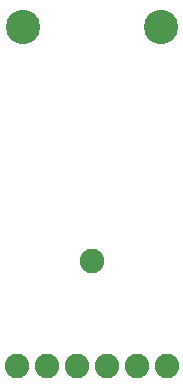
<source format=gbr>
G04 EAGLE Gerber RS-274X export*
G75*
%MOMM*%
%FSLAX34Y34*%
%LPD*%
%INSoldermask Bottom*%
%IPPOS*%
%AMOC8*
5,1,8,0,0,1.08239X$1,22.5*%
G01*
%ADD10C,2.903200*%
%ADD11C,2.082800*%


D10*
X17700Y300500D03*
X134700Y300500D03*
D11*
X76200Y101600D03*
X139700Y12700D03*
X114300Y12700D03*
X88900Y12700D03*
X63500Y12700D03*
X38100Y12700D03*
X12700Y12700D03*
M02*

</source>
